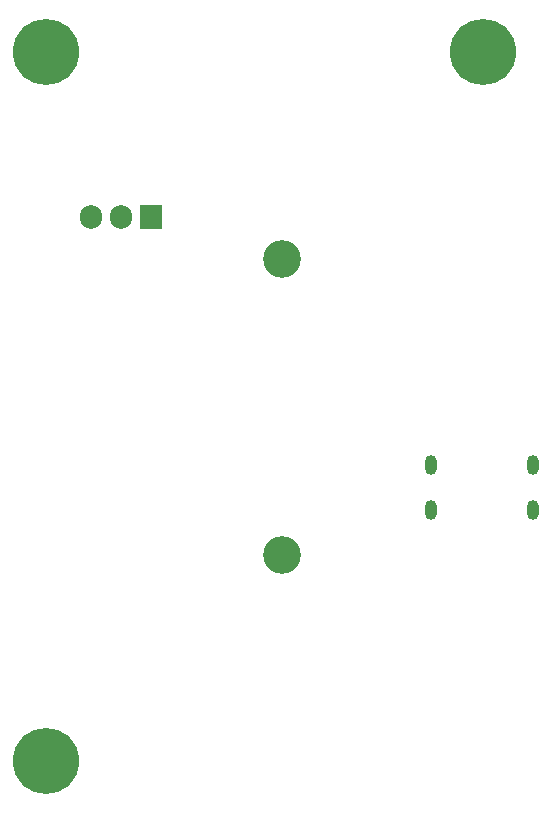
<source format=gbr>
%TF.GenerationSoftware,KiCad,Pcbnew,8.0.8*%
%TF.CreationDate,2025-08-11T02:01:29+09:00*%
%TF.ProjectId,20250811-7seg-led-panel-power,32303235-3038-4313-912d-377365672d6c,rev?*%
%TF.SameCoordinates,Original*%
%TF.FileFunction,Soldermask,Top*%
%TF.FilePolarity,Negative*%
%FSLAX46Y46*%
G04 Gerber Fmt 4.6, Leading zero omitted, Abs format (unit mm)*
G04 Created by KiCad (PCBNEW 8.0.8) date 2025-08-11 02:01:29*
%MOMM*%
%LPD*%
G01*
G04 APERTURE LIST*
%ADD10O,1.000000X1.700000*%
%ADD11R,1.905000X2.000000*%
%ADD12O,1.905000X2.000000*%
%ADD13C,5.600000*%
%ADD14C,3.200000*%
G04 APERTURE END LIST*
D10*
%TO.C,J102*%
X139660000Y-97700000D03*
X139660000Y-93900000D03*
X148300000Y-97700000D03*
X148300000Y-93900000D03*
%TD*%
D11*
%TO.C,U101*%
X115890000Y-72900000D03*
D12*
X113350000Y-72900000D03*
X110810000Y-72900000D03*
%TD*%
D13*
%TO.C,H102*%
X107050000Y-118900000D03*
%TD*%
D14*
%TO.C,H103*%
X127050000Y-101500000D03*
%TD*%
D13*
%TO.C,H105*%
X107050000Y-58900000D03*
%TD*%
D14*
%TO.C,H104*%
X127050000Y-76400000D03*
%TD*%
D13*
%TO.C,H101*%
X144050000Y-58900000D03*
%TD*%
M02*

</source>
